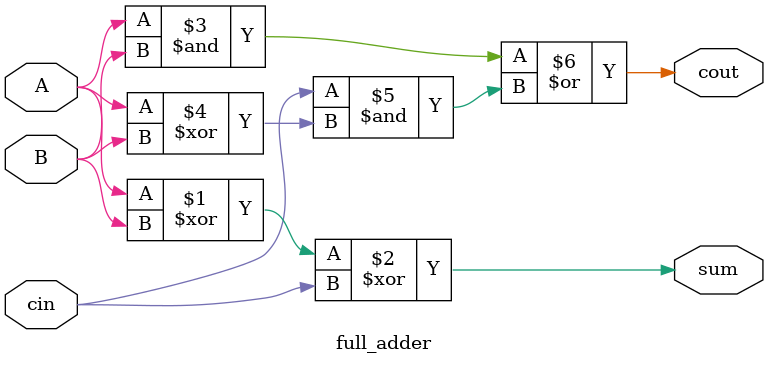
<source format=v>
module alu_4bit (output [3:0] result, output carry_out, input [3:0] A, B, input [1:0] sel);

  wire [3:0] sum, diff, and_op, or_op;
  wire cout_add, cout_sub;

  // 4-bit adder for addition
  ripple_carry_adder adder (.sum(sum), .cout(cout_add), .A(A), .B(B), .cin(1'b0));
  
  // 4-bit subtractor for subtraction (A - B)
  ripple_carry_adder subtractor (.sum(diff), .cout(cout_sub), .A(A), .B(~B), .cin(1'b1));
  
  // AND operation
  assign and_op = A & B;
  
  // OR operation
  assign or_op = A | B;

  // Select the operation based on sel
  assign {carry_out, result} = (sel == 2'b00) ? {cout_add, sum} :
                               (sel == 2'b01) ? {cout_sub, diff} :
                               (sel == 2'b10) ? {1'b0, and_op} :
                               {1'b0, or_op};
endmodule

// Ripple carry adder for 4-bit addition
module ripple_carry_adder(output [3:0] sum, output cout, input [3:0] A, B, input cin);
  wire c1, c2, c3;
  
  full_adder FA0 (.sum(sum[0]), .cout(c1), .A(A[0]), .B(B[0]), .cin(cin));
  full_adder FA1 (.sum(sum[1]), .cout(c2), .A(A[1]), .B(B[1]), .cin(c1));
  full_adder FA2 (.sum(sum[2]), .cout(c3), .A(A[2]), .B(B[2]), .cin(c2));
  full_adder FA3 (.sum(sum[3]), .cout(cout), .A(A[3]), .B(B[3]), .cin(c3));
endmodule

// Full Adder Module
module full_adder(output sum, output cout, input A, B, cin);
  assign sum = A ^ B ^ cin;
  assign cout = (A & B) | (cin & (A ^ B));
endmodule

</source>
